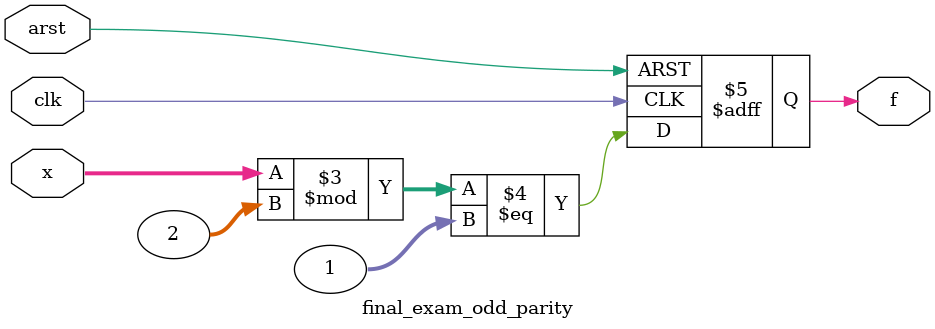
<source format=v>

module final_exam_counter(clk, d, e, r, load, updown, count);
    parameter N = 3;
    input clk, e, r, load, updown;
    input [N-1:0] d;
    output wire [N-1:0]count;

    reg [N-1:0]ic; // "internal count"

    assign count = ic;

    always @(posedge clk or posedge r)
    begin
        if (r == 1)
            ic = 0;
        else if (load == 1)
            ic = d;
        else if (e == 1)
            ic = (updown == 0 ? (ic + 1) : (ic - 1));
    end
endmodule

module final_exam_odd_parity(clk, arst, x, f);
    parameter N = 3;
    input clk, arst;
    input wire [N-1:0]x;
    output f;

    reg f;

    always @(posedge clk or posedge arst)
    begin
        if (arst == 1)
            f = 0;
        else
            f = (x % 2 == 1);
    end
endmodule

</source>
